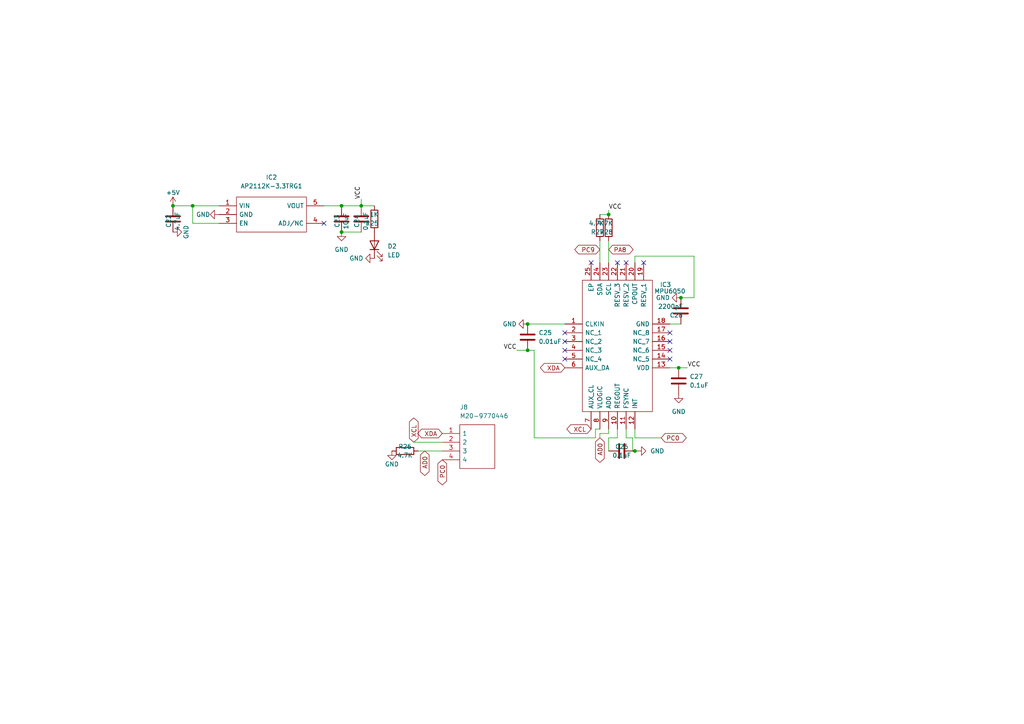
<source format=kicad_sch>
(kicad_sch (version 20211123) (generator eeschema)

  (uuid 9da1517a-dc75-426f-8926-ef66d19d427f)

  (paper "A4")

  (lib_symbols
    (symbol "Device:C" (pin_numbers hide) (pin_names (offset 0.254)) (in_bom yes) (on_board yes)
      (property "Reference" "C" (id 0) (at 0.635 2.54 0)
        (effects (font (size 1.27 1.27)) (justify left))
      )
      (property "Value" "C" (id 1) (at 0.635 -2.54 0)
        (effects (font (size 1.27 1.27)) (justify left))
      )
      (property "Footprint" "" (id 2) (at 0.9652 -3.81 0)
        (effects (font (size 1.27 1.27)) hide)
      )
      (property "Datasheet" "~" (id 3) (at 0 0 0)
        (effects (font (size 1.27 1.27)) hide)
      )
      (property "ki_keywords" "cap capacitor" (id 4) (at 0 0 0)
        (effects (font (size 1.27 1.27)) hide)
      )
      (property "ki_description" "Unpolarized capacitor" (id 5) (at 0 0 0)
        (effects (font (size 1.27 1.27)) hide)
      )
      (property "ki_fp_filters" "C_*" (id 6) (at 0 0 0)
        (effects (font (size 1.27 1.27)) hide)
      )
      (symbol "C_0_1"
        (polyline
          (pts
            (xy -2.032 -0.762)
            (xy 2.032 -0.762)
          )
          (stroke (width 0.508) (type default) (color 0 0 0 0))
          (fill (type none))
        )
        (polyline
          (pts
            (xy -2.032 0.762)
            (xy 2.032 0.762)
          )
          (stroke (width 0.508) (type default) (color 0 0 0 0))
          (fill (type none))
        )
      )
      (symbol "C_1_1"
        (pin passive line (at 0 3.81 270) (length 2.794)
          (name "~" (effects (font (size 1.27 1.27))))
          (number "1" (effects (font (size 1.27 1.27))))
        )
        (pin passive line (at 0 -3.81 90) (length 2.794)
          (name "~" (effects (font (size 1.27 1.27))))
          (number "2" (effects (font (size 1.27 1.27))))
        )
      )
    )
    (symbol "Device:LED" (pin_numbers hide) (pin_names (offset 1.016) hide) (in_bom yes) (on_board yes)
      (property "Reference" "D" (id 0) (at 0 2.54 0)
        (effects (font (size 1.27 1.27)))
      )
      (property "Value" "LED" (id 1) (at 0 -2.54 0)
        (effects (font (size 1.27 1.27)))
      )
      (property "Footprint" "" (id 2) (at 0 0 0)
        (effects (font (size 1.27 1.27)) hide)
      )
      (property "Datasheet" "~" (id 3) (at 0 0 0)
        (effects (font (size 1.27 1.27)) hide)
      )
      (property "ki_keywords" "LED diode" (id 4) (at 0 0 0)
        (effects (font (size 1.27 1.27)) hide)
      )
      (property "ki_description" "Light emitting diode" (id 5) (at 0 0 0)
        (effects (font (size 1.27 1.27)) hide)
      )
      (property "ki_fp_filters" "LED* LED_SMD:* LED_THT:*" (id 6) (at 0 0 0)
        (effects (font (size 1.27 1.27)) hide)
      )
      (symbol "LED_0_1"
        (polyline
          (pts
            (xy -1.27 -1.27)
            (xy -1.27 1.27)
          )
          (stroke (width 0.254) (type default) (color 0 0 0 0))
          (fill (type none))
        )
        (polyline
          (pts
            (xy -1.27 0)
            (xy 1.27 0)
          )
          (stroke (width 0) (type default) (color 0 0 0 0))
          (fill (type none))
        )
        (polyline
          (pts
            (xy 1.27 -1.27)
            (xy 1.27 1.27)
            (xy -1.27 0)
            (xy 1.27 -1.27)
          )
          (stroke (width 0.254) (type default) (color 0 0 0 0))
          (fill (type none))
        )
        (polyline
          (pts
            (xy -3.048 -0.762)
            (xy -4.572 -2.286)
            (xy -3.81 -2.286)
            (xy -4.572 -2.286)
            (xy -4.572 -1.524)
          )
          (stroke (width 0) (type default) (color 0 0 0 0))
          (fill (type none))
        )
        (polyline
          (pts
            (xy -1.778 -0.762)
            (xy -3.302 -2.286)
            (xy -2.54 -2.286)
            (xy -3.302 -2.286)
            (xy -3.302 -1.524)
          )
          (stroke (width 0) (type default) (color 0 0 0 0))
          (fill (type none))
        )
      )
      (symbol "LED_1_1"
        (pin passive line (at -3.81 0 0) (length 2.54)
          (name "K" (effects (font (size 1.27 1.27))))
          (number "1" (effects (font (size 1.27 1.27))))
        )
        (pin passive line (at 3.81 0 180) (length 2.54)
          (name "A" (effects (font (size 1.27 1.27))))
          (number "2" (effects (font (size 1.27 1.27))))
        )
      )
    )
    (symbol "Device:R" (pin_numbers hide) (pin_names (offset 0)) (in_bom yes) (on_board yes)
      (property "Reference" "R" (id 0) (at 2.032 0 90)
        (effects (font (size 1.27 1.27)))
      )
      (property "Value" "R" (id 1) (at 0 0 90)
        (effects (font (size 1.27 1.27)))
      )
      (property "Footprint" "" (id 2) (at -1.778 0 90)
        (effects (font (size 1.27 1.27)) hide)
      )
      (property "Datasheet" "~" (id 3) (at 0 0 0)
        (effects (font (size 1.27 1.27)) hide)
      )
      (property "ki_keywords" "R res resistor" (id 4) (at 0 0 0)
        (effects (font (size 1.27 1.27)) hide)
      )
      (property "ki_description" "Resistor" (id 5) (at 0 0 0)
        (effects (font (size 1.27 1.27)) hide)
      )
      (property "ki_fp_filters" "R_*" (id 6) (at 0 0 0)
        (effects (font (size 1.27 1.27)) hide)
      )
      (symbol "R_0_1"
        (rectangle (start -1.016 -2.54) (end 1.016 2.54)
          (stroke (width 0.254) (type default) (color 0 0 0 0))
          (fill (type none))
        )
      )
      (symbol "R_1_1"
        (pin passive line (at 0 3.81 270) (length 1.27)
          (name "~" (effects (font (size 1.27 1.27))))
          (number "1" (effects (font (size 1.27 1.27))))
        )
        (pin passive line (at 0 -3.81 90) (length 1.27)
          (name "~" (effects (font (size 1.27 1.27))))
          (number "2" (effects (font (size 1.27 1.27))))
        )
      )
    )
    (symbol "SamacSys_Parts:AP2112K-3.3TRG1" (pin_names (offset 0.762)) (in_bom yes) (on_board yes)
      (property "Reference" "IC" (id 0) (at 26.67 7.62 0)
        (effects (font (size 1.27 1.27)) (justify left))
      )
      (property "Value" "AP2112K-3.3TRG1" (id 1) (at 26.67 5.08 0)
        (effects (font (size 1.27 1.27)) (justify left))
      )
      (property "Footprint" "SOT95P282X130-5N" (id 2) (at 26.67 2.54 0)
        (effects (font (size 1.27 1.27)) (justify left) hide)
      )
      (property "Datasheet" "http://uk.rs-online.com/web/p/products/8283509" (id 3) (at 26.67 0 0)
        (effects (font (size 1.27 1.27)) (justify left) hide)
      )
      (property "Description" "600mA 3.3V LDO Regulator Enable SOT23-5 DiodesZetex AP2112K-3.3TRG1, LDO Voltage Regulator, 3.3 V +/-1.5%, 2.5  6 Vin, 5-Pin SOT-23" (id 4) (at 26.67 -2.54 0)
        (effects (font (size 1.27 1.27)) (justify left) hide)
      )
      (property "Height" "1.3" (id 5) (at 26.67 -5.08 0)
        (effects (font (size 1.27 1.27)) (justify left) hide)
      )
      (property "Manufacturer_Name" "Diodes Inc." (id 6) (at 26.67 -7.62 0)
        (effects (font (size 1.27 1.27)) (justify left) hide)
      )
      (property "Manufacturer_Part_Number" "AP2112K-3.3TRG1" (id 7) (at 26.67 -10.16 0)
        (effects (font (size 1.27 1.27)) (justify left) hide)
      )
      (property "Mouser Part Number" "621-AP2112K-3.3TRG1" (id 8) (at 26.67 -12.7 0)
        (effects (font (size 1.27 1.27)) (justify left) hide)
      )
      (property "Mouser Price/Stock" "https://www.mouser.co.uk/ProductDetail/Diodes-Incorporated/AP2112K-3.3TRG1?qs=x6A8l6qLYDDPYHosCdzh%2FA%3D%3D" (id 9) (at 26.67 -15.24 0)
        (effects (font (size 1.27 1.27)) (justify left) hide)
      )
      (property "Arrow Part Number" "AP2112K-3.3TRG1" (id 10) (at 26.67 -17.78 0)
        (effects (font (size 1.27 1.27)) (justify left) hide)
      )
      (property "Arrow Price/Stock" "https://www.arrow.com/en/products/ap2112k-3.3trg1/diodes-incorporated?region=nac" (id 11) (at 26.67 -20.32 0)
        (effects (font (size 1.27 1.27)) (justify left) hide)
      )
      (property "ki_description" "600mA 3.3V LDO Regulator Enable SOT23-5 DiodesZetex AP2112K-3.3TRG1, LDO Voltage Regulator, 3.3 V +/-1.5%, 2.5  6 Vin, 5-Pin SOT-23" (id 12) (at 0 0 0)
        (effects (font (size 1.27 1.27)) hide)
      )
      (symbol "AP2112K-3.3TRG1_0_0"
        (pin passive line (at 0 0 0) (length 5.08)
          (name "VIN" (effects (font (size 1.27 1.27))))
          (number "1" (effects (font (size 1.27 1.27))))
        )
        (pin passive line (at 0 -2.54 0) (length 5.08)
          (name "GND" (effects (font (size 1.27 1.27))))
          (number "2" (effects (font (size 1.27 1.27))))
        )
        (pin passive line (at 0 -5.08 0) (length 5.08)
          (name "EN" (effects (font (size 1.27 1.27))))
          (number "3" (effects (font (size 1.27 1.27))))
        )
        (pin passive line (at 30.48 -5.08 180) (length 5.08)
          (name "ADJ/NC" (effects (font (size 1.27 1.27))))
          (number "4" (effects (font (size 1.27 1.27))))
        )
        (pin passive line (at 30.48 0 180) (length 5.08)
          (name "VOUT" (effects (font (size 1.27 1.27))))
          (number "5" (effects (font (size 1.27 1.27))))
        )
      )
      (symbol "AP2112K-3.3TRG1_0_1"
        (polyline
          (pts
            (xy 5.08 2.54)
            (xy 25.4 2.54)
            (xy 25.4 -7.62)
            (xy 5.08 -7.62)
            (xy 5.08 2.54)
          )
          (stroke (width 0.1524) (type default) (color 0 0 0 0))
          (fill (type none))
        )
      )
    )
    (symbol "SamacSys_Parts:M20-9770446" (pin_names (offset 0.762)) (in_bom yes) (on_board yes)
      (property "Reference" "J" (id 0) (at 16.51 7.62 0)
        (effects (font (size 1.27 1.27)) (justify left))
      )
      (property "Value" "M20-9770446" (id 1) (at 16.51 5.08 0)
        (effects (font (size 1.27 1.27)) (justify left))
      )
      (property "Footprint" "HDRV4W64P0X254_1X4_1016X254X834P" (id 2) (at 16.51 2.54 0)
        (effects (font (size 1.27 1.27)) (justify left) hide)
      )
      (property "Datasheet" "https://cdn.harwin.com/pdfs/M20-977.pdf" (id 3) (at 16.51 0 0)
        (effects (font (size 1.27 1.27)) (justify left) hide)
      )
      (property "Description" "2.54mm (0.1\") Pitch SIL Vertical Throughboard Pin Header, 5.8mm mating pin height, tin, 4 contacts" (id 4) (at 16.51 -2.54 0)
        (effects (font (size 1.27 1.27)) (justify left) hide)
      )
      (property "Height" "8.34" (id 5) (at 16.51 -5.08 0)
        (effects (font (size 1.27 1.27)) (justify left) hide)
      )
      (property "Manufacturer_Name" "Harwin" (id 6) (at 16.51 -7.62 0)
        (effects (font (size 1.27 1.27)) (justify left) hide)
      )
      (property "Manufacturer_Part_Number" "M20-9770446" (id 7) (at 16.51 -10.16 0)
        (effects (font (size 1.27 1.27)) (justify left) hide)
      )
      (property "Mouser Part Number" "855-M20-9770446" (id 8) (at 16.51 -12.7 0)
        (effects (font (size 1.27 1.27)) (justify left) hide)
      )
      (property "Mouser Price/Stock" "https://www.mouser.co.uk/ProductDetail/Harwin/M20-9770446?qs=ulE8k0yEMYbCPpMPHeYh4w%3D%3D" (id 9) (at 16.51 -15.24 0)
        (effects (font (size 1.27 1.27)) (justify left) hide)
      )
      (property "Arrow Part Number" "" (id 10) (at 16.51 -17.78 0)
        (effects (font (size 1.27 1.27)) (justify left) hide)
      )
      (property "Arrow Price/Stock" "" (id 11) (at 16.51 -20.32 0)
        (effects (font (size 1.27 1.27)) (justify left) hide)
      )
      (property "ki_description" "2.54mm (0.1\") Pitch SIL Vertical Throughboard Pin Header, 5.8mm mating pin height, tin, 4 contacts" (id 12) (at 0 0 0)
        (effects (font (size 1.27 1.27)) hide)
      )
      (symbol "M20-9770446_0_0"
        (pin passive line (at 0 0 0) (length 5.08)
          (name "1" (effects (font (size 1.27 1.27))))
          (number "1" (effects (font (size 1.27 1.27))))
        )
        (pin passive line (at 0 -2.54 0) (length 5.08)
          (name "2" (effects (font (size 1.27 1.27))))
          (number "2" (effects (font (size 1.27 1.27))))
        )
        (pin passive line (at 0 -5.08 0) (length 5.08)
          (name "3" (effects (font (size 1.27 1.27))))
          (number "3" (effects (font (size 1.27 1.27))))
        )
        (pin passive line (at 0 -7.62 0) (length 5.08)
          (name "4" (effects (font (size 1.27 1.27))))
          (number "4" (effects (font (size 1.27 1.27))))
        )
      )
      (symbol "M20-9770446_0_1"
        (polyline
          (pts
            (xy 5.08 2.54)
            (xy 15.24 2.54)
            (xy 15.24 -10.16)
            (xy 5.08 -10.16)
            (xy 5.08 2.54)
          )
          (stroke (width 0.1524) (type default) (color 0 0 0 0))
          (fill (type none))
        )
      )
    )
    (symbol "SamacSys_Parts:MPU6050" (pin_names (offset 0.762)) (in_bom yes) (on_board yes)
      (property "Reference" "IC" (id 0) (at 26.67 17.78 0)
        (effects (font (size 1.27 1.27)) (justify left))
      )
      (property "Value" "MPU6050" (id 1) (at 26.67 15.24 0)
        (effects (font (size 1.27 1.27)) (justify left))
      )
      (property "Footprint" "MPU6050" (id 2) (at 26.67 12.7 0)
        (effects (font (size 1.27 1.27)) (justify left) hide)
      )
      (property "Datasheet" "https://invensense.tdk.com/wp-content/uploads/2015/02/MPU-6000-Datasheet1.pdf" (id 3) (at 26.67 10.16 0)
        (effects (font (size 1.27 1.27)) (justify left) hide)
      )
      (property "Description" "Accelerometer and Gyroscope Digital Output 2.5V/3.3V 24-Pin QFN EP" (id 4) (at 26.67 7.62 0)
        (effects (font (size 1.27 1.27)) (justify left) hide)
      )
      (property "Height" "0.95" (id 5) (at 26.67 5.08 0)
        (effects (font (size 1.27 1.27)) (justify left) hide)
      )
      (property "Manufacturer_Name" "TDK" (id 6) (at 26.67 2.54 0)
        (effects (font (size 1.27 1.27)) (justify left) hide)
      )
      (property "Manufacturer_Part_Number" "MPU6050" (id 7) (at 26.67 0 0)
        (effects (font (size 1.27 1.27)) (justify left) hide)
      )
      (property "Mouser Part Number" "" (id 8) (at 26.67 -2.54 0)
        (effects (font (size 1.27 1.27)) (justify left) hide)
      )
      (property "Mouser Price/Stock" "" (id 9) (at 26.67 -5.08 0)
        (effects (font (size 1.27 1.27)) (justify left) hide)
      )
      (property "Arrow Part Number" "" (id 10) (at 26.67 -7.62 0)
        (effects (font (size 1.27 1.27)) (justify left) hide)
      )
      (property "Arrow Price/Stock" "" (id 11) (at 26.67 -10.16 0)
        (effects (font (size 1.27 1.27)) (justify left) hide)
      )
      (property "ki_description" "Accelerometer and Gyroscope Digital Output 2.5V/3.3V 24-Pin QFN EP" (id 12) (at 0 0 0)
        (effects (font (size 1.27 1.27)) hide)
      )
      (symbol "MPU6050_0_0"
        (pin passive line (at 0 0 0) (length 5.08)
          (name "CLKIN" (effects (font (size 1.27 1.27))))
          (number "1" (effects (font (size 1.27 1.27))))
        )
        (pin passive line (at 15.24 -30.48 90) (length 5.08)
          (name "REGOUT" (effects (font (size 1.27 1.27))))
          (number "10" (effects (font (size 1.27 1.27))))
        )
        (pin passive line (at 17.78 -30.48 90) (length 5.08)
          (name "FSYNC" (effects (font (size 1.27 1.27))))
          (number "11" (effects (font (size 1.27 1.27))))
        )
        (pin passive line (at 20.32 -30.48 90) (length 5.08)
          (name "INT" (effects (font (size 1.27 1.27))))
          (number "12" (effects (font (size 1.27 1.27))))
        )
        (pin passive line (at 30.48 -12.7 180) (length 5.08)
          (name "VDD" (effects (font (size 1.27 1.27))))
          (number "13" (effects (font (size 1.27 1.27))))
        )
        (pin passive line (at 30.48 -10.16 180) (length 5.08)
          (name "NC_5" (effects (font (size 1.27 1.27))))
          (number "14" (effects (font (size 1.27 1.27))))
        )
        (pin passive line (at 30.48 -7.62 180) (length 5.08)
          (name "NC_6" (effects (font (size 1.27 1.27))))
          (number "15" (effects (font (size 1.27 1.27))))
        )
        (pin passive line (at 30.48 -5.08 180) (length 5.08)
          (name "NC_7" (effects (font (size 1.27 1.27))))
          (number "16" (effects (font (size 1.27 1.27))))
        )
        (pin passive line (at 30.48 -2.54 180) (length 5.08)
          (name "NC_8" (effects (font (size 1.27 1.27))))
          (number "17" (effects (font (size 1.27 1.27))))
        )
        (pin passive line (at 30.48 0 180) (length 5.08)
          (name "GND" (effects (font (size 1.27 1.27))))
          (number "18" (effects (font (size 1.27 1.27))))
        )
        (pin passive line (at 22.86 17.78 270) (length 5.08)
          (name "RESV_1" (effects (font (size 1.27 1.27))))
          (number "19" (effects (font (size 1.27 1.27))))
        )
        (pin passive line (at 0 -2.54 0) (length 5.08)
          (name "NC_1" (effects (font (size 1.27 1.27))))
          (number "2" (effects (font (size 1.27 1.27))))
        )
        (pin passive line (at 20.32 17.78 270) (length 5.08)
          (name "CPOUT" (effects (font (size 1.27 1.27))))
          (number "20" (effects (font (size 1.27 1.27))))
        )
        (pin passive line (at 17.78 17.78 270) (length 5.08)
          (name "RESV_2" (effects (font (size 1.27 1.27))))
          (number "21" (effects (font (size 1.27 1.27))))
        )
        (pin passive line (at 15.24 17.78 270) (length 5.08)
          (name "RESV_3" (effects (font (size 1.27 1.27))))
          (number "22" (effects (font (size 1.27 1.27))))
        )
        (pin passive line (at 12.7 17.78 270) (length 5.08)
          (name "SCL" (effects (font (size 1.27 1.27))))
          (number "23" (effects (font (size 1.27 1.27))))
        )
        (pin passive line (at 10.16 17.78 270) (length 5.08)
          (name "SDA" (effects (font (size 1.27 1.27))))
          (number "24" (effects (font (size 1.27 1.27))))
        )
        (pin passive line (at 7.62 17.78 270) (length 5.08)
          (name "EP" (effects (font (size 1.27 1.27))))
          (number "25" (effects (font (size 1.27 1.27))))
        )
        (pin passive line (at 0 -5.08 0) (length 5.08)
          (name "NC_2" (effects (font (size 1.27 1.27))))
          (number "3" (effects (font (size 1.27 1.27))))
        )
        (pin passive line (at 0 -7.62 0) (length 5.08)
          (name "NC_3" (effects (font (size 1.27 1.27))))
          (number "4" (effects (font (size 1.27 1.27))))
        )
        (pin passive line (at 0 -10.16 0) (length 5.08)
          (name "NC_4" (effects (font (size 1.27 1.27))))
          (number "5" (effects (font (size 1.27 1.27))))
        )
        (pin passive line (at 0 -12.7 0) (length 5.08)
          (name "AUX_DA" (effects (font (size 1.27 1.27))))
          (number "6" (effects (font (size 1.27 1.27))))
        )
        (pin passive line (at 7.62 -30.48 90) (length 5.08)
          (name "AUX_CL" (effects (font (size 1.27 1.27))))
          (number "7" (effects (font (size 1.27 1.27))))
        )
        (pin passive line (at 10.16 -30.48 90) (length 5.08)
          (name "VLOGIC" (effects (font (size 1.27 1.27))))
          (number "8" (effects (font (size 1.27 1.27))))
        )
        (pin passive line (at 12.7 -30.48 90) (length 5.08)
          (name "AD0" (effects (font (size 1.27 1.27))))
          (number "9" (effects (font (size 1.27 1.27))))
        )
      )
      (symbol "MPU6050_0_1"
        (polyline
          (pts
            (xy 5.08 12.7)
            (xy 25.4 12.7)
            (xy 25.4 -25.4)
            (xy 5.08 -25.4)
            (xy 5.08 12.7)
          )
          (stroke (width 0.1524) (type default) (color 0 0 0 0))
          (fill (type none))
        )
      )
    )
    (symbol "power:+5V" (power) (pin_names (offset 0)) (in_bom yes) (on_board yes)
      (property "Reference" "#PWR" (id 0) (at 0 -3.81 0)
        (effects (font (size 1.27 1.27)) hide)
      )
      (property "Value" "+5V" (id 1) (at 0 3.556 0)
        (effects (font (size 1.27 1.27)))
      )
      (property "Footprint" "" (id 2) (at 0 0 0)
        (effects (font (size 1.27 1.27)) hide)
      )
      (property "Datasheet" "" (id 3) (at 0 0 0)
        (effects (font (size 1.27 1.27)) hide)
      )
      (property "ki_keywords" "power-flag" (id 4) (at 0 0 0)
        (effects (font (size 1.27 1.27)) hide)
      )
      (property "ki_description" "Power symbol creates a global label with name \"+5V\"" (id 5) (at 0 0 0)
        (effects (font (size 1.27 1.27)) hide)
      )
      (symbol "+5V_0_1"
        (polyline
          (pts
            (xy -0.762 1.27)
            (xy 0 2.54)
          )
          (stroke (width 0) (type default) (color 0 0 0 0))
          (fill (type none))
        )
        (polyline
          (pts
            (xy 0 0)
            (xy 0 2.54)
          )
          (stroke (width 0) (type default) (color 0 0 0 0))
          (fill (type none))
        )
        (polyline
          (pts
            (xy 0 2.54)
            (xy 0.762 1.27)
          )
          (stroke (width 0) (type default) (color 0 0 0 0))
          (fill (type none))
        )
      )
      (symbol "+5V_1_1"
        (pin power_in line (at 0 0 90) (length 0) hide
          (name "+5V" (effects (font (size 1.27 1.27))))
          (number "1" (effects (font (size 1.27 1.27))))
        )
      )
    )
    (symbol "power:GND" (power) (pin_names (offset 0)) (in_bom yes) (on_board yes)
      (property "Reference" "#PWR" (id 0) (at 0 -6.35 0)
        (effects (font (size 1.27 1.27)) hide)
      )
      (property "Value" "GND" (id 1) (at 0 -3.81 0)
        (effects (font (size 1.27 1.27)))
      )
      (property "Footprint" "" (id 2) (at 0 0 0)
        (effects (font (size 1.27 1.27)) hide)
      )
      (property "Datasheet" "" (id 3) (at 0 0 0)
        (effects (font (size 1.27 1.27)) hide)
      )
      (property "ki_keywords" "power-flag" (id 4) (at 0 0 0)
        (effects (font (size 1.27 1.27)) hide)
      )
      (property "ki_description" "Power symbol creates a global label with name \"GND\" , ground" (id 5) (at 0 0 0)
        (effects (font (size 1.27 1.27)) hide)
      )
      (symbol "GND_0_1"
        (polyline
          (pts
            (xy 0 0)
            (xy 0 -1.27)
            (xy 1.27 -1.27)
            (xy 0 -2.54)
            (xy -1.27 -1.27)
            (xy 0 -1.27)
          )
          (stroke (width 0) (type default) (color 0 0 0 0))
          (fill (type none))
        )
      )
      (symbol "GND_1_1"
        (pin power_in line (at 0 0 270) (length 0) hide
          (name "GND" (effects (font (size 1.27 1.27))))
          (number "1" (effects (font (size 1.27 1.27))))
        )
      )
    )
  )

  (junction (at 50.165 59.69) (diameter 0) (color 0 0 0 0)
    (uuid 1480824f-4f76-43ad-aec5-1c63e87e7711)
  )
  (junction (at 99.06 67.31) (diameter 0) (color 0 0 0 0)
    (uuid 15364076-d6f3-456d-a77c-21d3d362bb7a)
  )
  (junction (at 196.85 106.68) (diameter 0) (color 0 0 0 0)
    (uuid 45fe288c-327c-4532-93cb-7798e13f4cb0)
  )
  (junction (at 176.53 62.23) (diameter 0) (color 0 0 0 0)
    (uuid 4b7a6068-bba7-49e5-91e7-141acc112fe4)
  )
  (junction (at 55.88 59.69) (diameter 0) (color 0 0 0 0)
    (uuid 694ff430-98f7-423e-b203-66d2d40398d4)
  )
  (junction (at 184.15 130.81) (diameter 0) (color 0 0 0 0)
    (uuid 94574f71-a6e1-44a6-85b4-931546c04257)
  )
  (junction (at 153.035 93.98) (diameter 0) (color 0 0 0 0)
    (uuid 95936a9d-f988-4372-9ea3-91afc733b119)
  )
  (junction (at 197.485 86.36) (diameter 0) (color 0 0 0 0)
    (uuid a1d26dde-597a-4b5d-bee6-a08a451fae8b)
  )
  (junction (at 99.06 59.69) (diameter 0) (color 0 0 0 0)
    (uuid c5652576-5194-4c3f-b865-079265777616)
  )
  (junction (at 104.775 59.69) (diameter 0) (color 0 0 0 0)
    (uuid c6a5b7da-8228-4df6-ad74-7a486fa2fa44)
  )
  (junction (at 153.035 101.6) (diameter 0) (color 0 0 0 0)
    (uuid e86ee5b2-614f-4430-88f9-024655ccaeca)
  )

  (no_connect (at 93.98 64.77) (uuid 1833b916-8409-4f38-a90f-5350b4edd9c6))
  (no_connect (at 171.45 76.2) (uuid 1833b916-8409-4f38-a90f-5350b4edd9c7))
  (no_connect (at 194.31 104.14) (uuid 8d7db4b6-f89c-46d5-8043-0e67ed7754c0))
  (no_connect (at 163.83 96.52) (uuid 92641a9a-938d-4f70-8bc5-b3aa8d741550))
  (no_connect (at 163.83 101.6) (uuid 99ea9ae1-5fb1-48be-b0ba-863445c73f27))
  (no_connect (at 179.07 76.2) (uuid 9dfff80b-bb4a-4ae1-867e-24f3a496fcdf))
  (no_connect (at 181.61 76.2) (uuid a450bcfa-1786-4cfb-bd1f-6e546390b161))
  (no_connect (at 194.31 96.52) (uuid b30b4d0c-31a0-4ab7-89e9-b99f205ee1ae))
  (no_connect (at 163.83 104.14) (uuid b418a44b-5d66-46a5-82b0-bf366fa3964e))
  (no_connect (at 163.83 99.06) (uuid c9ecd778-2c6d-42f5-a671-3689a48282c1))
  (no_connect (at 194.31 101.6) (uuid e8118738-6766-4205-b8d1-56773088de57))
  (no_connect (at 194.31 99.06) (uuid e9b860e9-4a0d-4ccc-b4b0-d8c8cf155469))
  (no_connect (at 186.69 76.2) (uuid f4be62cd-c198-482b-a853-1aaabbd07165))

  (wire (pts (xy 63.5 59.69) (xy 55.88 59.69))
    (stroke (width 0) (type default) (color 0 0 0 0))
    (uuid 038c72a1-efdf-49b1-97c0-e4991b3e12eb)
  )
  (wire (pts (xy 183.515 130.81) (xy 184.15 130.81))
    (stroke (width 0) (type default) (color 0 0 0 0))
    (uuid 052ac7c5-9be7-40a4-a2d6-1174a5885485)
  )
  (wire (pts (xy 194.31 93.98) (xy 197.485 93.98))
    (stroke (width 0) (type default) (color 0 0 0 0))
    (uuid 07933aee-73e7-4e5a-a253-1e7b32d07c45)
  )
  (wire (pts (xy 201.295 86.36) (xy 197.485 86.36))
    (stroke (width 0) (type default) (color 0 0 0 0))
    (uuid 12fa5be2-108e-4cf9-8a8d-2431467dee65)
  )
  (wire (pts (xy 50.165 59.69) (xy 55.88 59.69))
    (stroke (width 0) (type default) (color 0 0 0 0))
    (uuid 29cf8a49-0dcf-45e9-aebd-ce72c6db9cf1)
  )
  (wire (pts (xy 173.99 124.46) (xy 172.72 124.46))
    (stroke (width 0) (type default) (color 0 0 0 0))
    (uuid 313d9f8e-7c29-4d16-a564-206c3a883d29)
  )
  (wire (pts (xy 55.88 64.77) (xy 63.5 64.77))
    (stroke (width 0) (type default) (color 0 0 0 0))
    (uuid 353e8a68-c992-4be4-b6bd-b344213539d4)
  )
  (wire (pts (xy 172.72 127) (xy 154.94 127))
    (stroke (width 0) (type default) (color 0 0 0 0))
    (uuid 3d7724d8-3167-41fd-87ad-8e0f7678f1b1)
  )
  (wire (pts (xy 201.295 74.295) (xy 201.295 86.36))
    (stroke (width 0) (type default) (color 0 0 0 0))
    (uuid 3e541e27-e256-4abc-8110-ab3412dd4a09)
  )
  (wire (pts (xy 181.61 124.46) (xy 181.61 127))
    (stroke (width 0) (type default) (color 0 0 0 0))
    (uuid 40a6dd68-1726-4751-b0c1-fa89339e2c96)
  )
  (wire (pts (xy 199.39 106.68) (xy 196.85 106.68))
    (stroke (width 0) (type default) (color 0 0 0 0))
    (uuid 442c3792-d068-45bb-972b-5576d7d58c15)
  )
  (wire (pts (xy 184.15 74.295) (xy 201.295 74.295))
    (stroke (width 0) (type default) (color 0 0 0 0))
    (uuid 485e7121-2b2d-4c82-9727-b263febe519c)
  )
  (wire (pts (xy 149.86 101.6) (xy 153.035 101.6))
    (stroke (width 0) (type default) (color 0 0 0 0))
    (uuid 49ebbc88-5d62-415b-8bab-8b548c4b1151)
  )
  (wire (pts (xy 176.53 127) (xy 176.53 130.81))
    (stroke (width 0) (type default) (color 0 0 0 0))
    (uuid 4b82f674-3ef1-446e-835c-6aa5895abee0)
  )
  (wire (pts (xy 121.285 130.81) (xy 128.27 130.81))
    (stroke (width 0) (type default) (color 0 0 0 0))
    (uuid 51803d66-1796-4853-a9ae-bf0fbed01dc8)
  )
  (wire (pts (xy 99.06 59.69) (xy 104.775 59.69))
    (stroke (width 0) (type default) (color 0 0 0 0))
    (uuid 53dc2025-1c8e-49d1-8d53-2610242bed2a)
  )
  (wire (pts (xy 183.515 127) (xy 183.515 130.81))
    (stroke (width 0) (type default) (color 0 0 0 0))
    (uuid 586f8b84-6d8e-49e2-91c2-a2e7db8e55de)
  )
  (wire (pts (xy 176.53 69.85) (xy 176.53 76.2))
    (stroke (width 0) (type default) (color 0 0 0 0))
    (uuid 5f955ab9-cbef-439b-8771-8eb15fe18ae9)
  )
  (wire (pts (xy 176.53 125.73) (xy 176.53 124.46))
    (stroke (width 0) (type default) (color 0 0 0 0))
    (uuid 692e85f6-e7d9-4938-8da8-81fca19c9814)
  )
  (wire (pts (xy 179.07 127) (xy 176.53 127))
    (stroke (width 0) (type default) (color 0 0 0 0))
    (uuid 6ab936b3-8ebf-4123-b9d0-7319b76f5f4f)
  )
  (wire (pts (xy 154.94 127) (xy 154.94 101.6))
    (stroke (width 0) (type default) (color 0 0 0 0))
    (uuid 8d3cfccb-59cb-4d5e-ade3-b4f2abddbc00)
  )
  (wire (pts (xy 184.15 124.46) (xy 184.15 127))
    (stroke (width 0) (type default) (color 0 0 0 0))
    (uuid 9357f700-420f-47fb-87b7-4ccfdd93fd0d)
  )
  (wire (pts (xy 176.53 60.96) (xy 176.53 62.23))
    (stroke (width 0) (type default) (color 0 0 0 0))
    (uuid 939c0d4a-1f5e-4606-b553-1b9bc63b1aa4)
  )
  (wire (pts (xy 108.585 59.69) (xy 104.775 59.69))
    (stroke (width 0) (type default) (color 0 0 0 0))
    (uuid 949fe252-09de-4169-9d53-a3763f08d467)
  )
  (wire (pts (xy 196.85 106.68) (xy 194.31 106.68))
    (stroke (width 0) (type default) (color 0 0 0 0))
    (uuid 95917c33-3d0d-45ef-befb-165df1cc94fb)
  )
  (wire (pts (xy 173.99 127) (xy 173.99 125.73))
    (stroke (width 0) (type default) (color 0 0 0 0))
    (uuid 993b10da-418f-482b-8d79-90562c55c2ac)
  )
  (wire (pts (xy 181.61 127) (xy 183.515 127))
    (stroke (width 0) (type default) (color 0 0 0 0))
    (uuid a2879d1b-bb80-4360-8b93-0c90dea1e390)
  )
  (wire (pts (xy 173.99 125.73) (xy 176.53 125.73))
    (stroke (width 0) (type default) (color 0 0 0 0))
    (uuid a7be3df1-7752-4677-8012-256f859eb9e8)
  )
  (wire (pts (xy 184.15 76.2) (xy 184.15 74.295))
    (stroke (width 0) (type default) (color 0 0 0 0))
    (uuid aa4485b7-69ac-4397-b990-5dd774fd9a13)
  )
  (wire (pts (xy 93.98 59.69) (xy 99.06 59.69))
    (stroke (width 0) (type default) (color 0 0 0 0))
    (uuid b1502aa3-babc-4512-b6ba-65cf61c14d34)
  )
  (wire (pts (xy 55.88 59.69) (xy 55.88 64.77))
    (stroke (width 0) (type default) (color 0 0 0 0))
    (uuid b5deadaa-1ece-4b7a-8684-92933a8df733)
  )
  (wire (pts (xy 184.785 130.81) (xy 184.15 130.81))
    (stroke (width 0) (type default) (color 0 0 0 0))
    (uuid bce45364-f91c-4a0d-ac75-6467ceea280d)
  )
  (wire (pts (xy 184.15 127) (xy 191.77 127))
    (stroke (width 0) (type default) (color 0 0 0 0))
    (uuid be77eeec-484d-47f5-9075-15291d06b695)
  )
  (wire (pts (xy 173.99 62.23) (xy 176.53 62.23))
    (stroke (width 0) (type default) (color 0 0 0 0))
    (uuid bf6395fb-c373-4c1a-aa81-1e47e41d88d7)
  )
  (wire (pts (xy 120.015 128.27) (xy 128.27 128.27))
    (stroke (width 0) (type default) (color 0 0 0 0))
    (uuid ce0548c7-f342-4791-a3ab-54e845bab355)
  )
  (wire (pts (xy 153.035 101.6) (xy 154.94 101.6))
    (stroke (width 0) (type default) (color 0 0 0 0))
    (uuid dabd649d-77aa-416f-a19e-8b7b88dc487f)
  )
  (wire (pts (xy 163.83 93.98) (xy 153.035 93.98))
    (stroke (width 0) (type default) (color 0 0 0 0))
    (uuid ef135f19-5a39-480f-b9e1-e3dff7ec3a34)
  )
  (wire (pts (xy 173.99 69.85) (xy 173.99 76.2))
    (stroke (width 0) (type default) (color 0 0 0 0))
    (uuid f0b996ef-857b-4605-b6f5-967490f7e20f)
  )
  (wire (pts (xy 172.72 124.46) (xy 172.72 127))
    (stroke (width 0) (type default) (color 0 0 0 0))
    (uuid f2b05a72-d1da-4bf5-8d3f-cd9ee5f389c9)
  )
  (wire (pts (xy 99.06 67.31) (xy 104.775 67.31))
    (stroke (width 0) (type default) (color 0 0 0 0))
    (uuid f4eac783-31d4-48c4-8093-0ff16d01e882)
  )
  (wire (pts (xy 179.07 124.46) (xy 179.07 127))
    (stroke (width 0) (type default) (color 0 0 0 0))
    (uuid f95c4770-df8d-4dcf-9655-ac08d6285dcd)
  )
  (wire (pts (xy 104.775 57.785) (xy 104.775 59.69))
    (stroke (width 0) (type default) (color 0 0 0 0))
    (uuid ff4b767d-de1a-41d9-90a7-c99e0066da71)
  )

  (label "VCC" (at 104.775 57.785 90)
    (effects (font (size 1.27 1.27)) (justify left bottom))
    (uuid 4a8a5b4e-e740-42aa-ac2b-4e32850c463d)
  )
  (label "VCC" (at 149.86 101.6 180)
    (effects (font (size 1.27 1.27)) (justify right bottom))
    (uuid 6841e02c-0f04-4ef0-acc9-76095c401e47)
  )
  (label "VCC" (at 199.39 106.68 0)
    (effects (font (size 1.27 1.27)) (justify left bottom))
    (uuid 7fb14318-12fc-4346-9258-0bc539162b76)
  )
  (label "VCC" (at 176.53 60.96 0)
    (effects (font (size 1.27 1.27)) (justify left bottom))
    (uuid c2a30fe7-b0de-46d6-951b-382fa20fb5c2)
  )

  (global_label "AD0" (shape bidirectional) (at 123.19 130.81 270) (fields_autoplaced)
    (effects (font (size 1.27 1.27)) (justify right))
    (uuid 208ebcee-5e97-4c9f-a9f2-4d93da78be15)
    (property "Intersheet References" "${INTERSHEET_REFS}" (id 0) (at 123.1106 136.7912 90)
      (effects (font (size 1.27 1.27)) (justify right) hide)
    )
  )
  (global_label "XCL" (shape bidirectional) (at 120.015 128.27 90) (fields_autoplaced)
    (effects (font (size 1.27 1.27)) (justify left))
    (uuid 519eff83-9fa7-4837-a11a-e0053d176058)
    (property "Intersheet References" "${INTERSHEET_REFS}" (id 0) (at 119.9356 122.3493 90)
      (effects (font (size 1.27 1.27)) (justify left) hide)
    )
  )
  (global_label "PA8" (shape bidirectional) (at 176.53 72.39 0) (fields_autoplaced)
    (effects (font (size 1.27 1.27)) (justify left))
    (uuid 648c0c0f-0d3d-471f-bc33-9b405cba4920)
    (property "Intersheet References" "${INTERSHEET_REFS}" (id 0) (at 182.5112 72.3106 0)
      (effects (font (size 1.27 1.27)) (justify left) hide)
    )
  )
  (global_label "AD0" (shape bidirectional) (at 173.99 127 270) (fields_autoplaced)
    (effects (font (size 1.27 1.27)) (justify right))
    (uuid 6b3e31aa-3436-4dab-b888-197b5a1c2591)
    (property "Intersheet References" "${INTERSHEET_REFS}" (id 0) (at 173.9106 132.9812 90)
      (effects (font (size 1.27 1.27)) (justify right) hide)
    )
  )
  (global_label "PC9" (shape bidirectional) (at 173.99 72.39 180) (fields_autoplaced)
    (effects (font (size 1.27 1.27)) (justify right))
    (uuid 7aa1c7eb-79e8-41d2-9ee1-2e57c52d72e4)
    (property "Intersheet References" "${INTERSHEET_REFS}" (id 0) (at 167.8274 72.3106 0)
      (effects (font (size 1.27 1.27)) (justify right) hide)
    )
  )
  (global_label "PC0" (shape bidirectional) (at 191.77 127 0) (fields_autoplaced)
    (effects (font (size 1.27 1.27)) (justify left))
    (uuid 90bf54df-8ded-4a40-afa7-352a042b23cc)
    (property "Intersheet References" "${INTERSHEET_REFS}" (id 0) (at 197.9326 126.9206 0)
      (effects (font (size 1.27 1.27)) (justify left) hide)
    )
  )
  (global_label "PC0" (shape bidirectional) (at 128.27 133.35 270) (fields_autoplaced)
    (effects (font (size 1.27 1.27)) (justify right))
    (uuid c7b6b477-89e6-41e8-8ee9-0ecc2caf832a)
    (property "Intersheet References" "${INTERSHEET_REFS}" (id 0) (at 128.1906 139.5126 90)
      (effects (font (size 1.27 1.27)) (justify right) hide)
    )
  )
  (global_label "XDA" (shape bidirectional) (at 163.83 106.68 180) (fields_autoplaced)
    (effects (font (size 1.27 1.27)) (justify right))
    (uuid cd53366b-a6ee-4cb1-ab79-93282f67d515)
    (property "Intersheet References" "${INTERSHEET_REFS}" (id 0) (at 157.8488 106.7594 0)
      (effects (font (size 1.27 1.27)) (justify right) hide)
    )
  )
  (global_label "XCL" (shape bidirectional) (at 171.45 124.46 180) (fields_autoplaced)
    (effects (font (size 1.27 1.27)) (justify right))
    (uuid d92ee645-766c-4761-8fa0-7cf082db4f40)
    (property "Intersheet References" "${INTERSHEET_REFS}" (id 0) (at 165.5293 124.5394 0)
      (effects (font (size 1.27 1.27)) (justify right) hide)
    )
  )
  (global_label "XDA" (shape bidirectional) (at 128.27 125.73 180) (fields_autoplaced)
    (effects (font (size 1.27 1.27)) (justify right))
    (uuid f46533d6-267e-4844-a041-60ae39c47393)
    (property "Intersheet References" "${INTERSHEET_REFS}" (id 0) (at 122.2888 125.8094 0)
      (effects (font (size 1.27 1.27)) (justify right) hide)
    )
  )

  (symbol (lib_id "SamacSys_Parts:MPU6050") (at 163.83 93.98 0) (unit 1)
    (in_bom yes) (on_board yes)
    (uuid 1e673786-27d1-4bce-994f-8cf9425652f4)
    (property "Reference" "IC3" (id 0) (at 193.04 82.55 0))
    (property "Value" "MPU6050" (id 1) (at 194.31 84.455 0))
    (property "Footprint" "MPU6050" (id 2) (at 190.5 81.28 0)
      (effects (font (size 1.27 1.27)) (justify left) hide)
    )
    (property "Datasheet" "https://invensense.tdk.com/wp-content/uploads/2015/02/MPU-6000-Datasheet1.pdf" (id 3) (at 190.5 83.82 0)
      (effects (font (size 1.27 1.27)) (justify left) hide)
    )
    (property "Description" "Accelerometer and Gyroscope Digital Output 2.5V/3.3V 24-Pin QFN EP" (id 4) (at 190.5 86.36 0)
      (effects (font (size 1.27 1.27)) (justify left) hide)
    )
    (property "Height" "0.95" (id 5) (at 190.5 88.9 0)
      (effects (font (size 1.27 1.27)) (justify left) hide)
    )
    (property "Manufacturer_Name" "TDK" (id 6) (at 190.5 91.44 0)
      (effects (font (size 1.27 1.27)) (justify left) hide)
    )
    (property "Manufacturer_Part_Number" "MPU6050" (id 7) (at 190.5 93.98 0)
      (effects (font (size 1.27 1.27)) (justify left) hide)
    )
    (property "Mouser Part Number" "" (id 8) (at 190.5 96.52 0)
      (effects (font (size 1.27 1.27)) (justify left) hide)
    )
    (property "Mouser Price/Stock" "" (id 9) (at 190.5 99.06 0)
      (effects (font (size 1.27 1.27)) (justify left) hide)
    )
    (property "Arrow Part Number" "" (id 10) (at 190.5 101.6 0)
      (effects (font (size 1.27 1.27)) (justify left) hide)
    )
    (property "Arrow Price/Stock" "" (id 11) (at 190.5 104.14 0)
      (effects (font (size 1.27 1.27)) (justify left) hide)
    )
    (pin "1" (uuid debb9538-1789-4648-97dd-103318cfa86d))
    (pin "10" (uuid a8983cbf-27c5-4c50-931c-36dac4b1a84c))
    (pin "11" (uuid 706b7921-0c41-4a30-a0bf-068288e5cdf6))
    (pin "12" (uuid a9bcbf8d-2b54-4dbc-a712-e09555998bcd))
    (pin "13" (uuid 4aa3585f-f7f8-418a-b861-6a3eed75edc3))
    (pin "14" (uuid 6872e24c-653b-467f-a63a-504674e57acd))
    (pin "15" (uuid 5d0f9ece-4d5e-4a73-a2bf-fdc2b6409cd2))
    (pin "16" (uuid c7f5569a-4529-4a49-a6ba-8d9d1c05a8a0))
    (pin "17" (uuid 560c3dbe-9503-43a6-b634-9145aa4d5b73))
    (pin "18" (uuid 2b3ddc1b-3092-402b-b59e-9bf5f743088f))
    (pin "19" (uuid 0b88cb8b-4381-431a-8d4f-13f1c2832301))
    (pin "2" (uuid 05177fc5-6797-43ed-aada-7755b46c3ef1))
    (pin "20" (uuid 36c1414f-c200-4101-8931-47c8cd6083a9))
    (pin "21" (uuid 44ab0911-6a2b-4695-810a-5a98023e0d5e))
    (pin "22" (uuid b9e27263-6728-4a09-8ba8-ea45cb43aa34))
    (pin "23" (uuid 2cacb87a-bf1b-4096-8021-6a78d820ec0a))
    (pin "24" (uuid 425459c9-b4f5-4e75-bfdc-ff5277521b4a))
    (pin "25" (uuid c21dbbf5-1764-42f6-8dca-7d915cdea336))
    (pin "3" (uuid 42a2b46c-69b3-40cb-8f88-030f3f75b49d))
    (pin "4" (uuid 167188d5-a005-407c-8f9e-9a3da0ad4e52))
    (pin "5" (uuid 66556afc-f8f7-47ba-a8aa-4fdc1780cbf2))
    (pin "6" (uuid d3424a15-b75e-4364-8509-45aa3972bf54))
    (pin "7" (uuid bb93501a-a5c2-47e4-bab9-633229c42a72))
    (pin "8" (uuid 3b23824e-f338-4242-aade-99f7c6c50035))
    (pin "9" (uuid cf8ade20-a060-4bf1-a73b-3bc82ad2bc5a))
  )

  (symbol (lib_id "Device:R") (at 176.53 66.04 180) (unit 1)
    (in_bom yes) (on_board yes)
    (uuid 2b337670-6f2f-4580-8669-89d368823b9b)
    (property "Reference" "R28" (id 0) (at 177.8 67.31 0)
      (effects (font (size 1.27 1.27)) (justify left))
    )
    (property "Value" "4.7K" (id 1) (at 177.8 64.77 0)
      (effects (font (size 1.27 1.27)) (justify left))
    )
    (property "Footprint" "Capacitor_SMD:C_0603_1608Metric_Pad1.08x0.95mm_HandSolder" (id 2) (at 178.308 66.04 90)
      (effects (font (size 1.27 1.27)) hide)
    )
    (property "Datasheet" "~" (id 3) (at 176.53 66.04 0)
      (effects (font (size 1.27 1.27)) hide)
    )
    (pin "1" (uuid 636a7c28-d18c-41d4-8246-2f3be95ca6ae))
    (pin "2" (uuid eaf07537-bb16-4cef-aa7c-73f4864b3da5))
  )

  (symbol (lib_id "power:GND") (at 50.165 67.31 90) (unit 1)
    (in_bom yes) (on_board yes)
    (uuid 3631f810-2753-4c3b-a3bc-28ce292abd4c)
    (property "Reference" "#PWR053" (id 0) (at 56.515 67.31 0)
      (effects (font (size 1.27 1.27)) hide)
    )
    (property "Value" "GND" (id 1) (at 53.975 67.31 0))
    (property "Footprint" "" (id 2) (at 50.165 67.31 0)
      (effects (font (size 1.27 1.27)) hide)
    )
    (property "Datasheet" "" (id 3) (at 50.165 67.31 0)
      (effects (font (size 1.27 1.27)) hide)
    )
    (pin "1" (uuid db43341c-b9e7-4ae0-a4b7-de9b6ec63644))
  )

  (symbol (lib_id "Device:C") (at 99.06 63.5 180) (unit 1)
    (in_bom yes) (on_board yes)
    (uuid 3da07e9a-b1a6-43c7-a247-13c88603e3bb)
    (property "Reference" "C23" (id 0) (at 97.79 64.135 90))
    (property "Value" "10uF" (id 1) (at 100.33 64.135 90))
    (property "Footprint" "Capacitor_SMD:C_0603_1608Metric_Pad1.08x0.95mm_HandSolder" (id 2) (at 98.0948 59.69 0)
      (effects (font (size 1.27 1.27)) hide)
    )
    (property "Datasheet" "~" (id 3) (at 99.06 63.5 0)
      (effects (font (size 1.27 1.27)) hide)
    )
    (pin "1" (uuid 05792ba9-66df-45a5-811a-79f5e5cd2626))
    (pin "2" (uuid 6dd77bec-6e6e-400b-b2eb-0262ec1c057d))
  )

  (symbol (lib_id "power:+5V") (at 50.165 59.69 0) (unit 1)
    (in_bom yes) (on_board yes)
    (uuid 5eadf4ab-72d0-45f1-b24d-b17247df3ad4)
    (property "Reference" "#PWR052" (id 0) (at 50.165 63.5 0)
      (effects (font (size 1.27 1.27)) hide)
    )
    (property "Value" "+5V" (id 1) (at 50.165 55.88 0))
    (property "Footprint" "" (id 2) (at 50.165 59.69 0)
      (effects (font (size 1.27 1.27)) hide)
    )
    (property "Datasheet" "" (id 3) (at 50.165 59.69 0)
      (effects (font (size 1.27 1.27)) hide)
    )
    (pin "1" (uuid 8cbd99b9-6a33-4a72-9d36-3140405d20ed))
  )

  (symbol (lib_id "Device:C") (at 104.775 63.5 180) (unit 1)
    (in_bom yes) (on_board yes)
    (uuid 5ffc20e2-1754-42e9-a909-7bd198719355)
    (property "Reference" "C24" (id 0) (at 103.505 64.135 90))
    (property "Value" "0.1uF" (id 1) (at 106.045 64.135 90))
    (property "Footprint" "Capacitor_SMD:C_0603_1608Metric_Pad1.08x0.95mm_HandSolder" (id 2) (at 103.8098 59.69 0)
      (effects (font (size 1.27 1.27)) hide)
    )
    (property "Datasheet" "~" (id 3) (at 104.775 63.5 0)
      (effects (font (size 1.27 1.27)) hide)
    )
    (pin "1" (uuid ec087ce1-e5b5-4c99-b966-50579585d537))
    (pin "2" (uuid efa2eef8-1a30-4e76-9b89-b7156a66f3ee))
  )

  (symbol (lib_id "Device:C") (at 196.85 110.49 0) (unit 1)
    (in_bom yes) (on_board yes) (fields_autoplaced)
    (uuid 65d455b2-056a-419e-995a-f5aaa86d1c0a)
    (property "Reference" "C27" (id 0) (at 200.025 109.2199 0)
      (effects (font (size 1.27 1.27)) (justify left))
    )
    (property "Value" "0.1uF" (id 1) (at 200.025 111.7599 0)
      (effects (font (size 1.27 1.27)) (justify left))
    )
    (property "Footprint" "Capacitor_SMD:C_0603_1608Metric_Pad1.08x0.95mm_HandSolder" (id 2) (at 197.8152 114.3 0)
      (effects (font (size 1.27 1.27)) hide)
    )
    (property "Datasheet" "~" (id 3) (at 196.85 110.49 0)
      (effects (font (size 1.27 1.27)) hide)
    )
    (pin "1" (uuid 13145be0-7b20-4228-a771-4dfaadcc4d01))
    (pin "2" (uuid 0aef046f-a83b-4561-a1ea-b815f6a5a02d))
  )

  (symbol (lib_id "power:GND") (at 184.785 130.81 90) (unit 1)
    (in_bom yes) (on_board yes) (fields_autoplaced)
    (uuid 660413c5-8743-4754-b63e-363c9928aeb7)
    (property "Reference" "#PWR059" (id 0) (at 191.135 130.81 0)
      (effects (font (size 1.27 1.27)) hide)
    )
    (property "Value" "GND" (id 1) (at 188.595 130.8099 90)
      (effects (font (size 1.27 1.27)) (justify right))
    )
    (property "Footprint" "" (id 2) (at 184.785 130.81 0)
      (effects (font (size 1.27 1.27)) hide)
    )
    (property "Datasheet" "" (id 3) (at 184.785 130.81 0)
      (effects (font (size 1.27 1.27)) hide)
    )
    (pin "1" (uuid 0e7af92e-54fb-49b8-ae43-0b34f1958114))
  )

  (symbol (lib_id "Device:R") (at 173.99 66.04 180) (unit 1)
    (in_bom yes) (on_board yes)
    (uuid 751c495b-9bb6-4d99-aa8e-5e84a31d1a12)
    (property "Reference" "R27" (id 0) (at 175.26 67.31 0)
      (effects (font (size 1.27 1.27)) (justify left))
    )
    (property "Value" "4.7K" (id 1) (at 175.26 64.77 0)
      (effects (font (size 1.27 1.27)) (justify left))
    )
    (property "Footprint" "Capacitor_SMD:C_0603_1608Metric_Pad1.08x0.95mm_HandSolder" (id 2) (at 175.768 66.04 90)
      (effects (font (size 1.27 1.27)) hide)
    )
    (property "Datasheet" "~" (id 3) (at 173.99 66.04 0)
      (effects (font (size 1.27 1.27)) hide)
    )
    (pin "1" (uuid 26ce7fa1-f92d-4121-b47a-55611ed137c0))
    (pin "2" (uuid 64a1e1cb-8b99-4222-95b1-2d73715d760b))
  )

  (symbol (lib_id "Device:R") (at 117.475 130.81 90) (unit 1)
    (in_bom yes) (on_board yes)
    (uuid 7908ed5f-46db-4290-80b7-992fa5061c65)
    (property "Reference" "R26" (id 0) (at 117.475 129.54 90))
    (property "Value" "4.7K" (id 1) (at 117.475 132.08 90))
    (property "Footprint" "Capacitor_SMD:C_0603_1608Metric_Pad1.08x0.95mm_HandSolder" (id 2) (at 117.475 132.588 90)
      (effects (font (size 1.27 1.27)) hide)
    )
    (property "Datasheet" "~" (id 3) (at 117.475 130.81 0)
      (effects (font (size 1.27 1.27)) hide)
    )
    (pin "1" (uuid 0e967089-615a-4399-9c90-5931174bdca4))
    (pin "2" (uuid 3a4b3f2f-b386-46ec-b8d3-3e5dd062ae25))
  )

  (symbol (lib_id "Device:R") (at 108.585 63.5 180) (unit 1)
    (in_bom yes) (on_board yes)
    (uuid 7c555ad0-90d9-4db6-bfa3-909ceb09b082)
    (property "Reference" "R25" (id 0) (at 109.855 64.77 0)
      (effects (font (size 1.27 1.27)) (justify left))
    )
    (property "Value" "1K" (id 1) (at 109.855 62.23 0)
      (effects (font (size 1.27 1.27)) (justify left))
    )
    (property "Footprint" "Resistor_SMD:R_0201_0603Metric_Pad0.64x0.40mm_HandSolder" (id 2) (at 110.363 63.5 90)
      (effects (font (size 1.27 1.27)) hide)
    )
    (property "Datasheet" "~" (id 3) (at 108.585 63.5 0)
      (effects (font (size 1.27 1.27)) hide)
    )
    (pin "1" (uuid 3f4863c2-40c1-4bd8-9d03-7db00a7bf524))
    (pin "2" (uuid ed8013f8-05de-41fa-8107-5c495009968c))
  )

  (symbol (lib_id "Device:C") (at 50.165 63.5 180) (unit 1)
    (in_bom yes) (on_board yes)
    (uuid 82693d17-d6f2-4ed5-9656-117d3768240a)
    (property "Reference" "C22" (id 0) (at 48.895 64.135 90))
    (property "Value" "4.7uF" (id 1) (at 51.435 64.135 90))
    (property "Footprint" "Capacitor_SMD:C_0603_1608Metric_Pad1.08x0.95mm_HandSolder" (id 2) (at 49.1998 59.69 0)
      (effects (font (size 1.27 1.27)) hide)
    )
    (property "Datasheet" "~" (id 3) (at 50.165 63.5 0)
      (effects (font (size 1.27 1.27)) hide)
    )
    (pin "1" (uuid b65696a2-60db-427a-9534-c3764b94305c))
    (pin "2" (uuid 49ac8122-5626-4856-99ad-6f368b122a19))
  )

  (symbol (lib_id "power:GND") (at 63.5 62.23 270) (unit 1)
    (in_bom yes) (on_board yes)
    (uuid 878b9a40-b589-428c-b35b-9fd693998edd)
    (property "Reference" "#PWR054" (id 0) (at 57.15 62.23 0)
      (effects (font (size 1.27 1.27)) hide)
    )
    (property "Value" "GND" (id 1) (at 60.96 62.23 90)
      (effects (font (size 1.27 1.27)) (justify right))
    )
    (property "Footprint" "" (id 2) (at 63.5 62.23 0)
      (effects (font (size 1.27 1.27)) hide)
    )
    (property "Datasheet" "" (id 3) (at 63.5 62.23 0)
      (effects (font (size 1.27 1.27)) hide)
    )
    (pin "1" (uuid ced48c5c-175c-4461-834a-c2eecf416827))
  )

  (symbol (lib_id "Device:C") (at 197.485 90.17 180) (unit 1)
    (in_bom yes) (on_board yes)
    (uuid 8fd57850-1dd9-458a-b146-375efd03056c)
    (property "Reference" "C28" (id 0) (at 198.12 91.44 0)
      (effects (font (size 1.27 1.27)) (justify left))
    )
    (property "Value" "2200pF" (id 1) (at 198.12 88.9 0)
      (effects (font (size 1.27 1.27)) (justify left))
    )
    (property "Footprint" "Capacitor_SMD:C_0805_2012Metric_Pad1.18x1.45mm_HandSolder" (id 2) (at 196.5198 86.36 0)
      (effects (font (size 1.27 1.27)) hide)
    )
    (property "Datasheet" "~" (id 3) (at 197.485 90.17 0)
      (effects (font (size 1.27 1.27)) hide)
    )
    (pin "1" (uuid f9356f05-95a5-401d-917c-593ba1d3f02f))
    (pin "2" (uuid 23c04127-f7a5-4250-854c-8feb640096dd))
  )

  (symbol (lib_id "power:GND") (at 99.06 67.31 0) (unit 1)
    (in_bom yes) (on_board yes) (fields_autoplaced)
    (uuid 97e72e8f-6319-49db-927f-1a7d15a68f62)
    (property "Reference" "#PWR055" (id 0) (at 99.06 73.66 0)
      (effects (font (size 1.27 1.27)) hide)
    )
    (property "Value" "GND" (id 1) (at 99.06 72.39 0))
    (property "Footprint" "" (id 2) (at 99.06 67.31 0)
      (effects (font (size 1.27 1.27)) hide)
    )
    (property "Datasheet" "" (id 3) (at 99.06 67.31 0)
      (effects (font (size 1.27 1.27)) hide)
    )
    (pin "1" (uuid a69e5add-a2f9-4004-8f3f-fb14217a17a1))
  )

  (symbol (lib_id "Device:LED") (at 108.585 71.12 90) (unit 1)
    (in_bom yes) (on_board yes) (fields_autoplaced)
    (uuid 9dd399b1-1cf0-4c7a-8ec7-05be99c4d6d1)
    (property "Reference" "D2" (id 0) (at 112.395 71.4374 90)
      (effects (font (size 1.27 1.27)) (justify right))
    )
    (property "Value" "LED" (id 1) (at 112.395 73.9774 90)
      (effects (font (size 1.27 1.27)) (justify right))
    )
    (property "Footprint" "LED_SMD:LED_0805_2012Metric_Pad1.15x1.40mm_HandSolder" (id 2) (at 108.585 71.12 0)
      (effects (font (size 1.27 1.27)) hide)
    )
    (property "Datasheet" "~" (id 3) (at 108.585 71.12 0)
      (effects (font (size 1.27 1.27)) hide)
    )
    (pin "1" (uuid 23758f44-7369-4ad8-b90a-2f8b9c1711cb))
    (pin "2" (uuid 516f4c03-ffb8-4dff-abf7-16e037ee4e9d))
  )

  (symbol (lib_id "power:GND") (at 196.85 114.3 0) (unit 1)
    (in_bom yes) (on_board yes) (fields_autoplaced)
    (uuid a925596a-25ff-46da-94be-52a71bac1bed)
    (property "Reference" "#PWR060" (id 0) (at 196.85 120.65 0)
      (effects (font (size 1.27 1.27)) hide)
    )
    (property "Value" "GND" (id 1) (at 196.85 119.38 0))
    (property "Footprint" "" (id 2) (at 196.85 114.3 0)
      (effects (font (size 1.27 1.27)) hide)
    )
    (property "Datasheet" "" (id 3) (at 196.85 114.3 0)
      (effects (font (size 1.27 1.27)) hide)
    )
    (pin "1" (uuid c61e7a3f-d94e-406f-aced-47042c7b3e2b))
  )

  (symbol (lib_id "Device:C") (at 153.035 97.79 0) (unit 1)
    (in_bom yes) (on_board yes) (fields_autoplaced)
    (uuid ac6c3357-03cb-49cf-b392-a7324b64c6b2)
    (property "Reference" "C25" (id 0) (at 156.21 96.5199 0)
      (effects (font (size 1.27 1.27)) (justify left))
    )
    (property "Value" "0.01uF" (id 1) (at 156.21 99.0599 0)
      (effects (font (size 1.27 1.27)) (justify left))
    )
    (property "Footprint" "Capacitor_SMD:C_0805_2012Metric_Pad1.18x1.45mm_HandSolder" (id 2) (at 154.0002 101.6 0)
      (effects (font (size 1.27 1.27)) hide)
    )
    (property "Datasheet" "~" (id 3) (at 153.035 97.79 0)
      (effects (font (size 1.27 1.27)) hide)
    )
    (pin "1" (uuid f68bd181-ee1f-42c2-b5eb-97c6119df697))
    (pin "2" (uuid 81e938f5-5a08-4c6c-a0a4-044f39b4e7d4))
  )

  (symbol (lib_id "power:GND") (at 113.665 130.81 0) (unit 1)
    (in_bom yes) (on_board yes)
    (uuid b92993ad-2a17-4c47-973c-81046c32b99b)
    (property "Reference" "#PWR057" (id 0) (at 113.665 137.16 0)
      (effects (font (size 1.27 1.27)) hide)
    )
    (property "Value" "GND" (id 1) (at 113.665 134.62 0))
    (property "Footprint" "" (id 2) (at 113.665 130.81 0)
      (effects (font (size 1.27 1.27)) hide)
    )
    (property "Datasheet" "" (id 3) (at 113.665 130.81 0)
      (effects (font (size 1.27 1.27)) hide)
    )
    (pin "1" (uuid 60c7908a-824b-462a-b9d5-97a25baeac52))
  )

  (symbol (lib_id "power:GND") (at 153.035 93.98 270) (unit 1)
    (in_bom yes) (on_board yes) (fields_autoplaced)
    (uuid c48e72ce-56f0-4ec6-bf7e-1fbbe933ed58)
    (property "Reference" "#PWR058" (id 0) (at 146.685 93.98 0)
      (effects (font (size 1.27 1.27)) hide)
    )
    (property "Value" "GND" (id 1) (at 149.86 93.9799 90)
      (effects (font (size 1.27 1.27)) (justify right))
    )
    (property "Footprint" "" (id 2) (at 153.035 93.98 0)
      (effects (font (size 1.27 1.27)) hide)
    )
    (property "Datasheet" "" (id 3) (at 153.035 93.98 0)
      (effects (font (size 1.27 1.27)) hide)
    )
    (pin "1" (uuid 0606746c-4af1-446f-a30e-85c8ad79118e))
  )

  (symbol (lib_id "power:GND") (at 108.585 74.93 270) (unit 1)
    (in_bom yes) (on_board yes) (fields_autoplaced)
    (uuid c762cc88-5ff5-4bf1-b8ae-9b6654fb6e29)
    (property "Reference" "#PWR056" (id 0) (at 102.235 74.93 0)
      (effects (font (size 1.27 1.27)) hide)
    )
    (property "Value" "GND" (id 1) (at 105.41 74.9299 90)
      (effects (font (size 1.27 1.27)) (justify right))
    )
    (property "Footprint" "" (id 2) (at 108.585 74.93 0)
      (effects (font (size 1.27 1.27)) hide)
    )
    (property "Datasheet" "" (id 3) (at 108.585 74.93 0)
      (effects (font (size 1.27 1.27)) hide)
    )
    (pin "1" (uuid 381f72fa-f0ec-4790-b501-6359edfb02d1))
  )

  (symbol (lib_id "power:GND") (at 197.485 86.36 270) (unit 1)
    (in_bom yes) (on_board yes) (fields_autoplaced)
    (uuid d1212da3-d05b-4afc-aaba-b0dd9dcc9309)
    (property "Reference" "#PWR061" (id 0) (at 191.135 86.36 0)
      (effects (font (size 1.27 1.27)) hide)
    )
    (property "Value" "GND" (id 1) (at 194.31 86.3601 90)
      (effects (font (size 1.27 1.27)) (justify right))
    )
    (property "Footprint" "" (id 2) (at 197.485 86.36 0)
      (effects (font (size 1.27 1.27)) hide)
    )
    (property "Datasheet" "" (id 3) (at 197.485 86.36 0)
      (effects (font (size 1.27 1.27)) hide)
    )
    (pin "1" (uuid 5f3c5087-e570-4a00-865f-0215c018f2b1))
  )

  (symbol (lib_id "SamacSys_Parts:AP2112K-3.3TRG1") (at 63.5 59.69 0) (unit 1)
    (in_bom yes) (on_board yes) (fields_autoplaced)
    (uuid d4681cb0-a465-4700-bb38-e737a7545095)
    (property "Reference" "IC2" (id 0) (at 78.74 51.435 0))
    (property "Value" "AP2112K-3.3TRG1" (id 1) (at 78.74 53.975 0))
    (property "Footprint" "SOT95P282X130-5N" (id 2) (at 90.17 57.15 0)
      (effects (font (size 1.27 1.27)) (justify left) hide)
    )
    (property "Datasheet" "http://uk.rs-online.com/web/p/products/8283509" (id 3) (at 90.17 59.69 0)
      (effects (font (size 1.27 1.27)) (justify left) hide)
    )
    (property "Description" "600mA 3.3V LDO Regulator Enable SOT23-5 DiodesZetex AP2112K-3.3TRG1, LDO Voltage Regulator, 3.3 V +/-1.5%, 2.5  6 Vin, 5-Pin SOT-23" (id 4) (at 90.17 62.23 0)
      (effects (font (size 1.27 1.27)) (justify left) hide)
    )
    (property "Height" "1.3" (id 5) (at 90.17 64.77 0)
      (effects (font (size 1.27 1.27)) (justify left) hide)
    )
    (property "Manufacturer_Name" "Diodes Inc." (id 6) (at 90.17 67.31 0)
      (effects (font (size 1.27 1.27)) (justify left) hide)
    )
    (property "Manufacturer_Part_Number" "AP2112K-3.3TRG1" (id 7) (at 90.17 69.85 0)
      (effects (font (size 1.27 1.27)) (justify left) hide)
    )
    (property "Mouser Part Number" "621-AP2112K-3.3TRG1" (id 8) (at 90.17 72.39 0)
      (effects (font (size 1.27 1.27)) (justify left) hide)
    )
    (property "Mouser Price/Stock" "https://www.mouser.co.uk/ProductDetail/Diodes-Incorporated/AP2112K-3.3TRG1?qs=x6A8l6qLYDDPYHosCdzh%2FA%3D%3D" (id 9) (at 90.17 74.93 0)
      (effects (font (size 1.27 1.27)) (justify left) hide)
    )
    (property "Arrow Part Number" "AP2112K-3.3TRG1" (id 10) (at 90.17 77.47 0)
      (effects (font (size 1.27 1.27)) (justify left) hide)
    )
    (property "Arrow Price/Stock" "https://www.arrow.com/en/products/ap2112k-3.3trg1/diodes-incorporated?region=nac" (id 11) (at 90.17 80.01 0)
      (effects (font (size 1.27 1.27)) (justify left) hide)
    )
    (pin "1" (uuid 3278a45b-017e-4f2c-a1dd-a888350088bc))
    (pin "2" (uuid 1fd165cf-bb04-48db-8584-7ca00e85a5cf))
    (pin "3" (uuid bc30321f-08e7-4dfc-9075-b1d662eb02b5))
    (pin "4" (uuid cc7acfc1-3637-42f7-8c9d-7b022ffd99ef))
    (pin "5" (uuid 40e66311-9c17-4acc-87e6-84cdd0742f98))
  )

  (symbol (lib_id "Device:C") (at 180.34 130.81 90) (unit 1)
    (in_bom yes) (on_board yes)
    (uuid de210eea-306d-4782-904a-7dc1a582d493)
    (property "Reference" "C26" (id 0) (at 180.34 129.54 90))
    (property "Value" "0.1uF" (id 1) (at 180.34 132.08 90))
    (property "Footprint" "Capacitor_SMD:C_0603_1608Metric_Pad1.08x0.95mm_HandSolder" (id 2) (at 184.15 129.8448 0)
      (effects (font (size 1.27 1.27)) hide)
    )
    (property "Datasheet" "~" (id 3) (at 180.34 130.81 0)
      (effects (font (size 1.27 1.27)) hide)
    )
    (pin "1" (uuid 64bf812b-ca57-4905-acb9-9d15a0b0f6d1))
    (pin "2" (uuid 6833a059-bd9b-43ac-a875-b6c406b0059e))
  )

  (symbol (lib_id "SamacSys_Parts:M20-9770446") (at 128.27 125.73 0) (unit 1)
    (in_bom yes) (on_board yes)
    (uuid ed705f40-c086-40d2-9af9-f6a36f70b265)
    (property "Reference" "J8" (id 0) (at 133.35 118.11 0)
      (effects (font (size 1.27 1.27)) (justify left))
    )
    (property "Value" "M20-9770446" (id 1) (at 133.35 120.65 0)
      (effects (font (size 1.27 1.27)) (justify left))
    )
    (property "Footprint" "HDRV4W64P0X254_1X4_1016X254X834P" (id 2) (at 144.78 123.19 0)
      (effects (font (size 1.27 1.27)) (justify left) hide)
    )
    (property "Datasheet" "https://cdn.harwin.com/pdfs/M20-977.pdf" (id 3) (at 144.78 125.73 0)
      (effects (font (size 1.27 1.27)) (justify left) hide)
    )
    (property "Description" "2.54mm (0.1\") Pitch SIL Vertical Throughboard Pin Header, 5.8mm mating pin height, tin, 4 contacts" (id 4) (at 144.78 128.27 0)
      (effects (font (size 1.27 1.27)) (justify left) hide)
    )
    (property "Height" "8.34" (id 5) (at 144.78 130.81 0)
      (effects (font (size 1.27 1.27)) (justify left) hide)
    )
    (property "Manufacturer_Name" "Harwin" (id 6) (at 144.78 133.35 0)
      (effects (font (size 1.27 1.27)) (justify left) hide)
    )
    (property "Manufacturer_Part_Number" "M20-9770446" (id 7) (at 144.78 135.89 0)
      (effects (font (size 1.27 1.27)) (justify left) hide)
    )
    (property "Mouser Part Number" "855-M20-9770446" (id 8) (at 144.78 138.43 0)
      (effects (font (size 1.27 1.27)) (justify left) hide)
    )
    (property "Mouser Price/Stock" "https://www.mouser.co.uk/ProductDetail/Harwin/M20-9770446?qs=ulE8k0yEMYbCPpMPHeYh4w%3D%3D" (id 9) (at 144.78 140.97 0)
      (effects (font (size 1.27 1.27)) (justify left) hide)
    )
    (property "Arrow Part Number" "" (id 10) (at 144.78 143.51 0)
      (effects (font (size 1.27 1.27)) (justify left) hide)
    )
    (property "Arrow Price/Stock" "" (id 11) (at 144.78 146.05 0)
      (effects (font (size 1.27 1.27)) (justify left) hide)
    )
    (pin "1" (uuid 853fdfb8-b372-4f37-a63a-e90e8a6439be))
    (pin "2" (uuid 068c25d4-fda7-43ee-bf08-7dd37bd3154b))
    (pin "3" (uuid efce05af-8771-438b-b96b-075426564ccc))
    (pin "4" (uuid 57993ceb-abe9-4565-b036-431cfee8b8ce))
  )
)

</source>
